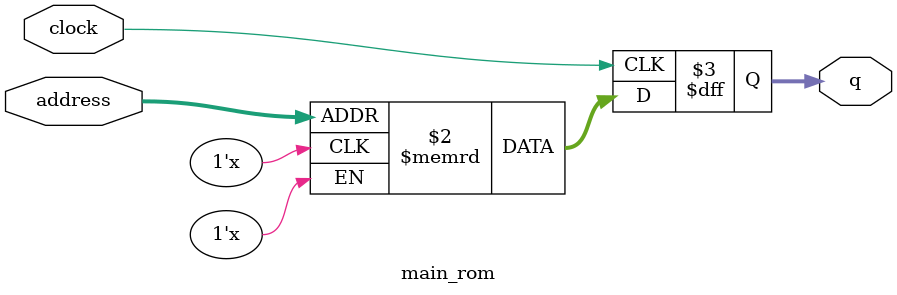
<source format=sv>
module main_rom (
	input logic clock,
	input logic [15:0] address,
	output logic [1:0] q
);

logic [1:0] memory [0:44999] /* synthesis ram_init_file = "./main/main.COE" */;

always_ff @ (posedge clock) begin
	q <= memory[address];
end

endmodule

</source>
